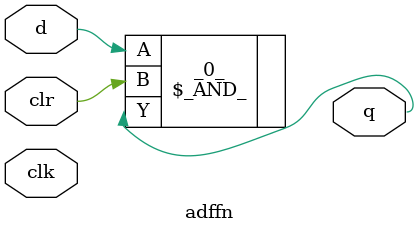
<source format=v>
/* Generated by Yosys 0.55+46 (git sha1 aa1daa702, g++ 11.4.0-1ubuntu1~22.04 -fPIC -O3) */

(* top =  1  *)
(* src = "dut.sv:1.1-10.10" *)
module adffn(d, clk, clr, q);
  (* src = "dut.sv:1.24-1.27" *)
  input clk;
  wire clk;
  (* src = "dut.sv:1.29-1.32" *)
  input clr;
  wire clr;
  (* src = "dut.sv:1.21-1.22" *)
  input d;
  wire d;
  (* src = "dut.sv:1.45-1.46" *)
  output q;
  wire q;
  \$_AND_  _0_ (
    .A(d),
    .B(clr),
    .Y(q)
  );
endmodule

</source>
